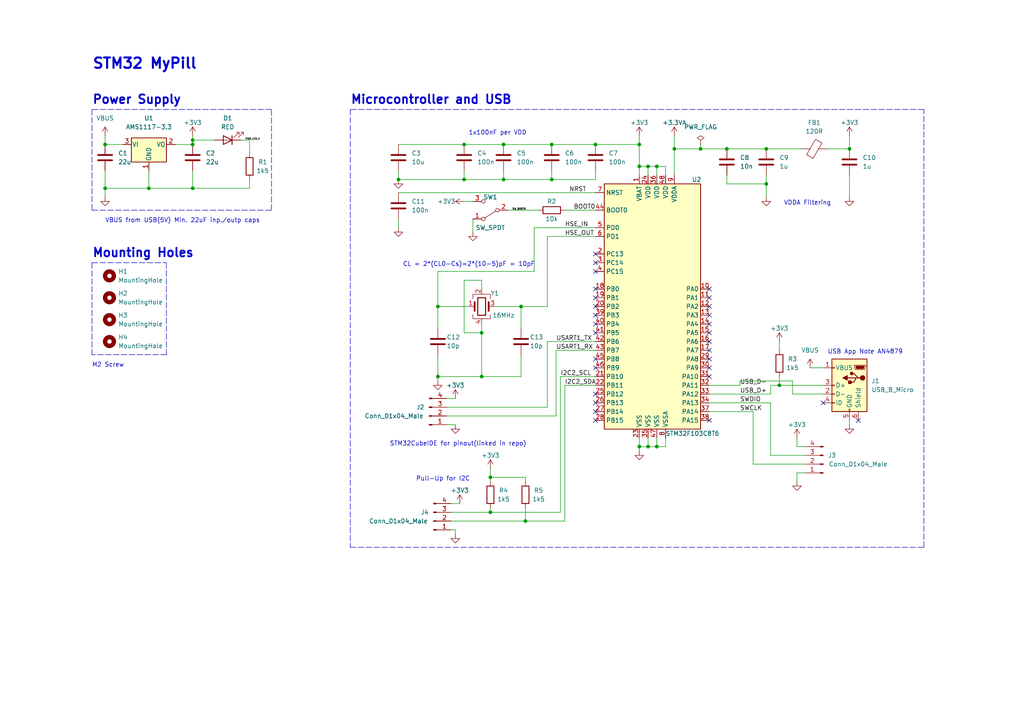
<source format=kicad_sch>
(kicad_sch (version 20211123) (generator eeschema)
  (paper "A4")
  (title_block (title "STM32 MyPill") (date "2022-02-13") (rev "0.1") (company "Suri Labs "))
  (lib_symbols
    (symbol "Connector:Conn_01x04_Male" (pin_names (offset 1.016) hide)
      (property "Reference" "J" (at 0 5.08 0))
      (property "Value" "Conn_01x04_Male" (at 0 -7.62 0))
      (symbol "Conn_01x04_Male_1_1"
        (polyline (pts (xy 1.27 -5.08) (xy 0.8636 -5.08)) (stroke (width 0.1524)))
        (polyline (pts (xy 1.27 -2.54) (xy 0.8636 -2.54)) (stroke (width 0.1524)))
        (polyline (pts (xy 1.27 0) (xy 0.8636 0)) (stroke (width 0.1524)))
        (polyline (pts (xy 1.27 2.54) (xy 0.8636 2.54)) (stroke (width 0.1524)))
        (rectangle (start 0.8636 -4.953) (end 0 -5.207) (stroke (width 0.1524)) (fill (type outline)))
        (rectangle (start 0.8636 -2.413) (end 0 -2.667) (stroke (width 0.1524)) (fill (type outline)))
        (rectangle (start 0.8636 0.127) (end 0 -0.127) (stroke (width 0.1524)) (fill (type outline)))
        (rectangle (start 0.8636 2.667) (end 0 2.413) (stroke (width 0.1524)) (fill (type outline)))
        (pin passive line (at 5.08 2.54 180) (length 3.81) (name "Pin_1") (number "1"))
        (pin passive line (at 5.08 0 180) (length 3.81) (name "Pin_2") (number "2"))
        (pin passive line (at 5.08 -2.54 180) (length 3.81) (name "Pin_3") (number "3"))
        (pin passive line (at 5.08 -5.08 180) (length 3.81) (name "Pin_4") (number "4"))
      )
    )
    (symbol "Connector:USB_B_Micro" (pin_names (offset 1.016))
      (property "Reference" "J" (at -5.08 11.43 0))
      (property "Value" "USB_B_Micro" (at -5.08 8.89 0))
      (symbol "USB_B_Micro_0_1"
        (rectangle (start -5.08 -7.62) (end 5.08 7.62) (stroke (width 0.254)) (fill (type background)))
        (circle (center -3.81 2.159) (radius 0.635) (stroke (width 0.254)) (fill (type outline)))
        (circle (center -0.635 3.429) (radius 0.381) (stroke (width 0.254)) (fill (type outline)))
        (rectangle (start -0.127 -7.62) (end 0.127 -6.858))
        (polyline (pts (xy -1.905 2.159) (xy 0.635 2.159)) (stroke (width 0.254)))
        (polyline (pts (xy -3.175 2.159) (xy -2.54 2.159) (xy -1.27 3.429) (xy -0.635 3.429)) (stroke (width 0.254)))
        (polyline (pts (xy -2.54 2.159) (xy -1.905 2.159) (xy -1.27 0.889) (xy 0 0.889)) (stroke (width 0.254)))
        (polyline (pts (xy 0.635 2.794) (xy 0.635 1.524) (xy 1.905 2.159) (xy 0.635 2.794)) (stroke (width 0.254)) (fill (type outline)))
        (polyline (pts (xy -4.318 5.588) (xy -1.778 5.588) (xy -2.032 4.826) (xy -4.064 4.826) (xy -4.318 5.588)) (fill (type outline)))
        (polyline (pts (xy -4.699 5.842) (xy -4.699 5.588) (xy -4.445 4.826) (xy -4.445 4.572) (xy -1.651 4.572) (xy -1.651 4.826) (xy -1.397 5.588) (xy -1.397 5.842) (xy -4.699 5.842)))
        (rectangle (start 0.254 1.27) (end -0.508 0.508) (stroke (width 0.254)) (fill (type outline)))
        (rectangle (start 5.08 -5.207) (end 4.318 -4.953))
        (rectangle (start 5.08 -2.667) (end 4.318 -2.413))
        (rectangle (start 5.08 -0.127) (end 4.318 0.127))
        (rectangle (start 5.08 4.953) (end 4.318 5.207))
      )
      (symbol "USB_B_Micro_1_1"
        (pin power_out line (at 7.62 5.08 180) (length 2.54) (name "VBUS") (number "1"))
        (pin bidirectional line (at 7.62 -2.54 180) (length 2.54) (name "D-") (number "2"))
        (pin bidirectional line (at 7.62 0 180) (length 2.54) (name "D+") (number "3"))
        (pin passive line (at 7.62 -5.08 180) (length 2.54) (name "ID") (number "4"))
        (pin power_out line (at 0 -10.16 90) (length 2.54) (name "GND") (number "5"))
        (pin passive line (at -2.54 -10.16 90) (length 2.54) (name "Shield") (number "6"))
      )
    )
    (symbol "Device:C" (pin_numbers hide) (pin_names (offset 0.254))
      (property "Reference" "C" (at 0.635 2.54 0))
      (property "Value" "C" (at 0.635 -2.54 0))
      (symbol "C_0_1"
        (polyline (pts (xy -2.032 -0.762) (xy 2.032 -0.762)) (stroke (width 0.508)))
        (polyline (pts (xy -2.032 0.762) (xy 2.032 0.762)) (stroke (width 0.508)))
      )
      (symbol "C_1_1"
        (pin passive line (at 0 3.81 270) (length 2.794) (name "~") (number "1"))
        (pin passive line (at 0 -3.81 90) (length 2.794) (name "~") (number "2"))
      )
    )
    (symbol "Device:Crystal_GND24" (pin_names (offset 1.016) hide)
      (property "Reference" "Y" (at 3.175 5.08 0))
      (property "Value" "Crystal_GND24" (at 3.175 3.175 0))
      (symbol "Crystal_GND24_0_1"
        (rectangle (start -1.143 2.54) (end 1.143 -2.54) (stroke (width 0.3048)))
        (polyline (pts (xy -2.54 0) (xy -2.032 0)))
        (polyline (pts (xy -2.032 -1.27) (xy -2.032 1.27)) (stroke (width 0.508)))
        (polyline (pts (xy 0 -3.81) (xy 0 -3.556)))
        (polyline (pts (xy 0 3.556) (xy 0 3.81)))
        (polyline (pts (xy 2.032 -1.27) (xy 2.032 1.27)) (stroke (width 0.508)))
        (polyline (pts (xy 2.032 0) (xy 2.54 0)))
        (polyline (pts (xy -2.54 -2.286) (xy -2.54 -3.556) (xy 2.54 -3.556) (xy 2.54 -2.286)))
        (polyline (pts (xy -2.54 2.286) (xy -2.54 3.556) (xy 2.54 3.556) (xy 2.54 2.286)))
      )
      (symbol "Crystal_GND24_1_1"
        (pin passive line (at -3.81 0 0) (length 1.27) (name "1") (number "1"))
        (pin passive line (at 0 5.08 270) (length 1.27) (name "2") (number "2"))
        (pin passive line (at 3.81 0 180) (length 1.27) (name "3") (number "3"))
        (pin passive line (at 0 -5.08 90) (length 1.27) (name "4") (number "4"))
      )
    )
    (symbol "Device:FerriteBead" (pin_numbers hide) (pin_names (offset 0))
      (property "Reference" "FB" (at -3.81 0.635 90))
      (property "Value" "FerriteBead" (at 3.81 0 90))
      (symbol "FerriteBead_0_1"
        (polyline (pts (xy 0 -1.27) (xy 0 -1.2192)))
        (polyline (pts (xy 0 1.27) (xy 0 1.2954)))
        (polyline (pts (xy -2.7686 0.4064) (xy -1.7018 2.2606) (xy 2.7686 -0.3048) (xy 1.6764 -2.159) (xy -2.7686 0.4064)))
      )
      (symbol "FerriteBead_1_1"
        (pin passive line (at 0 3.81 270) (length 2.54) (name "~") (number "1"))
        (pin passive line (at 0 -3.81 90) (length 2.54) (name "~") (number "2"))
      )
    )
    (symbol "Device:LED" (pin_numbers hide) (pin_names (offset 1.016) hide)
      (property "Reference" "D" (at 0 2.54 0))
      (property "Value" "LED" (at 0 -2.54 0))
      (symbol "LED_0_1"
        (polyline (pts (xy -1.27 -1.27) (xy -1.27 1.27)) (stroke (width 0.254)))
        (polyline (pts (xy -1.27 0) (xy 1.27 0)))
        (polyline (pts (xy 1.27 -1.27) (xy 1.27 1.27) (xy -1.27 0) (xy 1.27 -1.27)) (stroke (width 0.254)))
        (polyline (pts (xy -3.048 -0.762) (xy -4.572 -2.286) (xy -3.81 -2.286) (xy -4.572 -2.286) (xy -4.572 -1.524)))
        (polyline (pts (xy -1.778 -0.762) (xy -3.302 -2.286) (xy -2.54 -2.286) (xy -3.302 -2.286) (xy -3.302 -1.524)))
      )
      (symbol "LED_1_1"
        (pin passive line (at -3.81 0 0) (length 2.54) (name "K") (number "1"))
        (pin passive line (at 3.81 0 180) (length 2.54) (name "A") (number "2"))
      )
    )
    (symbol "Device:R" (pin_numbers hide) (pin_names (offset 0))
      (property "Reference" "R" (at 2.032 0 90))
      (property "Value" "R" (at 0 0 90))
      (symbol "R_0_1"
        (rectangle (start -1.016 -2.54) (end 1.016 2.54) (stroke (width 0.254)))
      )
      (symbol "R_1_1"
        (pin passive line (at 0 3.81 270) (length 1.27) (name "~") (number "1"))
        (pin passive line (at 0 -3.81 90) (length 1.27) (name "~") (number "2"))
      )
    )
    (symbol "MCU_ST_STM32F1:STM32F103C8Tx"
      (property "Reference" "U" (at -15.24 36.83 0))
      (property "Value" "STM32F103C8Tx" (at 7.62 36.83 0))
      (symbol "STM32F103C8Tx_0_1"
        (rectangle (start -15.24 -35.56) (end 12.7 35.56) (stroke (width 0.254)) (fill (type background)))
      )
      (symbol "STM32F103C8Tx_1_1"
        (pin power_in line (at -5.08 38.1 270) (length 2.54) (name "VBAT") (number "1"))
        (pin bidirectional line (at 15.24 5.08 180) (length 2.54) (name "PA0") (number "10"))
        (pin bidirectional line (at 15.24 2.54 180) (length 2.54) (name "PA1") (number "11"))
        (pin bidirectional line (at 15.24 0 180) (length 2.54) (name "PA2") (number "12"))
        (pin bidirectional line (at 15.24 -2.54 180) (length 2.54) (name "PA3") (number "13"))
        (pin bidirectional line (at 15.24 -5.08 180) (length 2.54) (name "PA4") (number "14"))
        (pin bidirectional line (at 15.24 -7.62 180) (length 2.54) (name "PA5") (number "15"))
        (pin bidirectional line (at 15.24 -10.16 180) (length 2.54) (name "PA6") (number "16"))
        (pin bidirectional line (at 15.24 -12.7 180) (length 2.54) (name "PA7") (number "17"))
        (pin bidirectional line (at -17.78 5.08 0) (length 2.54) (name "PB0") (number "18"))
        (pin bidirectional line (at -17.78 2.54 0) (length 2.54) (name "PB1") (number "19"))
        (pin bidirectional line (at -17.78 15.24 0) (length 2.54) (name "PC13") (number "2"))
        (pin bidirectional line (at -17.78 0 0) (length 2.54) (name "PB2") (number "20"))
        (pin bidirectional line (at -17.78 -20.32 0) (length 2.54) (name "PB10") (number "21"))
        (pin bidirectional line (at -17.78 -22.86 0) (length 2.54) (name "PB11") (number "22"))
        (pin power_in line (at -5.08 -38.1 90) (length 2.54) (name "VSS") (number "23"))
        (pin power_in line (at -2.54 38.1 270) (length 2.54) (name "VDD") (number "24"))
        (pin bidirectional line (at -17.78 -25.4 0) (length 2.54) (name "PB12") (number "25"))
        (pin bidirectional line (at -17.78 -27.94 0) (length 2.54) (name "PB13") (number "26"))
        (pin bidirectional line (at -17.78 -30.48 0) (length 2.54) (name "PB14") (number "27"))
        (pin bidirectional line (at -17.78 -33.02 0) (length 2.54) (name "PB15") (number "28"))
        (pin bidirectional line (at 15.24 -15.24 180) (length 2.54) (name "PA8") (number "29"))
        (pin bidirectional line (at -17.78 12.7 0) (length 2.54) (name "PC14") (number "3"))
        (pin bidirectional line (at 15.24 -17.78 180) (length 2.54) (name "PA9") (number "30"))
        (pin bidirectional line (at 15.24 -20.32 180) (length 2.54) (name "PA10") (number "31"))
        (pin bidirectional line (at 15.24 -22.86 180) (length 2.54) (name "PA11") (number "32"))
        (pin bidirectional line (at 15.24 -25.4 180) (length 2.54) (name "PA12") (number "33"))
        (pin bidirectional line (at 15.24 -27.94 180) (length 2.54) (name "PA13") (number "34"))
        (pin power_in line (at -2.54 -38.1 90) (length 2.54) (name "VSS") (number "35"))
        (pin power_in line (at 0 38.1 270) (length 2.54) (name "VDD") (number "36"))
        (pin bidirectional line (at 15.24 -30.48 180) (length 2.54) (name "PA14") (number "37"))
        (pin bidirectional line (at 15.24 -33.02 180) (length 2.54) (name "PA15") (number "38"))
        (pin bidirectional line (at -17.78 -2.54 0) (length 2.54) (name "PB3") (number "39"))
        (pin bidirectional line (at -17.78 10.16 0) (length 2.54) (name "PC15") (number "4"))
        (pin bidirectional line (at -17.78 -5.08 0) (length 2.54) (name "PB4") (number "40"))
        (pin bidirectional line (at -17.78 -7.62 0) (length 2.54) (name "PB5") (number "41"))
        (pin bidirectional line (at -17.78 -10.16 0) (length 2.54) (name "PB6") (number "42"))
        (pin bidirectional line (at -17.78 -12.7 0) (length 2.54) (name "PB7") (number "43"))
        (pin input line (at -17.78 27.94 0) (length 2.54) (name "BOOT0") (number "44"))
        (pin bidirectional line (at -17.78 -15.24 0) (length 2.54) (name "PB8") (number "45"))
        (pin bidirectional line (at -17.78 -17.78 0) (length 2.54) (name "PB9") (number "46"))
        (pin power_in line (at 0 -38.1 90) (length 2.54) (name "VSS") (number "47"))
        (pin power_in line (at 2.54 38.1 270) (length 2.54) (name "VDD") (number "48"))
        (pin input line (at -17.78 22.86 0) (length 2.54) (name "PD0") (number "5"))
        (pin input line (at -17.78 20.32 0) (length 2.54) (name "PD1") (number "6"))
        (pin input line (at -17.78 33.02 0) (length 2.54) (name "NRST") (number "7"))
        (pin power_in line (at 2.54 -38.1 90) (length 2.54) (name "VSSA") (number "8"))
        (pin power_in line (at 5.08 38.1 270) (length 2.54) (name "VDDA") (number "9"))
      )
    )
    (symbol "Mechanical:MountingHole" (pin_names (offset 1.016))
      (property "Reference" "H" (at 0 5.08 0))
      (property "Value" "MountingHole" (at 0 3.175 0))
      (symbol "MountingHole_0_1"
        (circle (center 0 0) (radius 1.27) (stroke (width 1.27)))
      )
    )
    (symbol "Regulator_Linear:AMS1117-3.3" (pin_names (offset 0.254))
      (property "Reference" "U" (at -3.81 3.175 0))
      (property "Value" "AMS1117-3.3" (at 0 3.175 0))
      (symbol "AMS1117-3.3_0_1"
        (rectangle (start -5.08 -5.08) (end 5.08 1.905) (stroke (width 0.254)) (fill (type background)))
      )
      (symbol "AMS1117-3.3_1_1"
        (pin power_in line (at 0 -7.62 90) (length 2.54) (name "GND") (number "1"))
        (pin power_out line (at 7.62 0 180) (length 2.54) (name "VO") (number "2"))
        (pin power_in line (at -7.62 0 0) (length 2.54) (name "VI") (number "3"))
      )
    )
    (symbol "Switch:SW_SPDT" (pin_names (offset 0) hide)
      (property "Reference" "SW" (at 0 4.318 0))
      (property "Value" "SW_SPDT" (at 0 -5.08 0))
      (symbol "SW_SPDT_0_0"
        (circle (center -2.032 0) (radius 0.508))
        (circle (center 2.032 -2.54) (radius 0.508))
      )
      (symbol "SW_SPDT_0_1"
        (polyline (pts (xy -1.524 0.254) (xy 1.651 2.286)))
        (circle (center 2.032 2.54) (radius 0.508))
      )
      (symbol "SW_SPDT_1_1"
        (pin passive line (at 5.08 2.54 180) (length 2.54) (name "A") (number "1"))
        (pin passive line (at -5.08 0 0) (length 2.54) (name "B") (number "2"))
        (pin passive line (at 5.08 -2.54 180) (length 2.54) (name "C") (number "3"))
      )
    )
    (symbol "power:+3.3V" (power) (pin_names (offset 0))
      (property "Value" "+3.3V" (at 0 3.556 0))
      (symbol "+3.3V_0_1"
        (polyline (pts (xy -0.762 1.27) (xy 0 2.54)))
        (polyline (pts (xy 0 0) (xy 0 2.54)))
        (polyline (pts (xy 0 2.54) (xy 0.762 1.27)))
      )
      (symbol "+3.3V_1_1"
        (pin power_in line (at 0 0 90) (length 0) hide (name "+3V3") (number "1"))
      )
    )
    (symbol "power:+3.3VA" (power) (pin_names (offset 0))
      (property "Value" "+3.3VA" (at 0 3.556 0))
      (symbol "+3.3VA_0_1"
        (polyline (pts (xy -0.762 1.27) (xy 0 2.54)))
        (polyline (pts (xy 0 0) (xy 0 2.54)))
        (polyline (pts (xy 0 2.54) (xy 0.762 1.27)))
      )
      (symbol "+3.3VA_1_1"
        (pin power_in line (at 0 0 90) (length 0) hide (name "+3.3VA") (number "1"))
      )
    )
    (symbol "power:GND" (power) (pin_names (offset 0))
      (property "Value" "GND" (at 0 -3.81 0))
      (symbol "GND_0_1"
        (polyline (pts (xy 0 0) (xy 0 -1.27) (xy 1.27 -1.27) (xy 0 -2.54) (xy -1.27 -1.27) (xy 0 -1.27)))
      )
      (symbol "GND_1_1"
        (pin power_in line (at 0 0 270) (length 0) hide (name "GND") (number "1"))
      )
    )
    (symbol "power:PWR_FLAG" (power) (pin_numbers hide) (pin_names (offset 0) hide)
      (property "Value" "PWR_FLAG" (at 0 3.81 0))
      (symbol "PWR_FLAG_0_0"
        (pin power_out line (at 0 0 90) (length 0) (name "pwr") (number "1"))
      )
      (symbol "PWR_FLAG_0_1"
        (polyline (pts (xy 0 0) (xy 0 1.27) (xy -1.016 1.905) (xy 0 2.54) (xy 1.016 1.905) (xy 0 1.27)))
      )
    )
    (symbol "power:VBUS" (power) (pin_names (offset 0))
      (property "Value" "VBUS" (at 0 3.81 0))
      (symbol "VBUS_0_1"
        (polyline (pts (xy -0.762 1.27) (xy 0 2.54)))
        (polyline (pts (xy 0 0) (xy 0 2.54)))
        (polyline (pts (xy 0 2.54) (xy 0.762 1.27)))
      )
      (symbol "VBUS_1_1"
        (pin power_in line (at 0 0 90) (length 0) hide (name "VBUS") (number "1"))
      )
    )
  )
  (junction (at 187.96 48.26))
  (junction (at 185.42 48.26))
  (junction (at 190.5 129.54))
  (junction (at 142.24 138.43))
  (junction (at 151.13 88.9))
  (junction (at 127 88.9))
  (junction (at 139.7 109.22))
  (junction (at 226.06 111.76))
  (junction (at 160.02 41.91))
  (junction (at 222.25 43.18))
  (junction (at 185.42 129.54))
  (junction (at 115.57 52.07))
  (junction (at 190.5 48.26))
  (junction (at 127 109.22))
  (junction (at 139.7 96.52))
  (junction (at 187.96 129.54))
  (junction (at 195.58 43.18))
  (junction (at 172.72 41.91))
  (junction (at 55.88 54.61))
  (junction (at 210.82 43.18))
  (junction (at 160.02 52.07))
  (junction (at 30.48 41.91))
  (junction (at 134.62 41.91))
  (junction (at 142.24 148.59))
  (junction (at 146.05 41.91))
  (junction (at 203.2 43.18))
  (junction (at 246.38 43.18))
  (junction (at 152.4 151.13))
  (junction (at 55.88 41.91))
  (junction (at 30.48 54.61))
  (junction (at 185.42 41.91))
  (junction (at 134.62 52.07))
  (junction (at 146.05 52.07))
  (junction (at 43.18 54.61))
  (junction (at 222.25 53.34))
  (junction (at 55.88 40.64))
  (no_connect (at 172.72 104.14))
  (no_connect (at 172.72 106.68))
  (no_connect (at 172.72 121.92))
  (no_connect (at 172.72 114.3))
  (no_connect (at 172.72 116.84))
  (no_connect (at 172.72 119.38))
  (no_connect (at 205.74 104.14))
  (no_connect (at 205.74 101.6))
  (no_connect (at 205.74 99.06))
  (no_connect (at 205.74 96.52))
  (no_connect (at 205.74 93.98))
  (no_connect (at 205.74 88.9))
  (no_connect (at 205.74 83.82))
  (no_connect (at 205.74 121.92))
  (no_connect (at 205.74 109.22))
  (no_connect (at 205.74 106.68))
  (no_connect (at 172.72 93.98))
  (no_connect (at 172.72 96.52))
  (no_connect (at 172.72 73.66))
  (no_connect (at 172.72 76.2))
  (no_connect (at 172.72 78.74))
  (no_connect (at 172.72 83.82))
  (no_connect (at 172.72 86.36))
  (no_connect (at 172.72 88.9))
  (no_connect (at 172.72 91.44))
  (no_connect (at 248.92 121.92))
  (no_connect (at 238.76 116.84))
  (no_connect (at 205.74 86.36))
  (no_connect (at 205.74 91.44))
  (wire (pts (xy 30.48 41.91) (xy 35.56 41.91)))
  (wire (pts (xy 161.29 120.65) (xy 129.54 120.65)))
  (wire (pts (xy 158.75 88.9) (xy 158.75 68.58)))
  (wire (pts (xy 185.42 48.26) (xy 187.96 48.26)))
  (wire (pts (xy 158.75 99.06) (xy 172.72 99.06)))
  (wire (pts (xy 234.95 106.68) (xy 238.76 106.68)))
  (wire (pts (xy 214.63 110.49) (xy 214.63 111.76)))
  (wire (pts (xy 43.18 49.53) (xy 43.18 54.61)))
  (wire (pts (xy 185.42 41.91) (xy 185.42 48.26)))
  (wire (pts (xy 142.24 147.32) (xy 142.24 148.59)))
  (wire (pts (xy 127 88.9) (xy 127 78.74)))
  (polyline (pts (xy 101.6 158.75) (xy 267.97 158.75)))
  (wire (pts (xy 240.03 43.18) (xy 246.38 43.18)))
  (wire (pts (xy 146.05 52.07) (xy 134.62 52.07)))
  (wire (pts (xy 161.29 101.6) (xy 161.29 120.65)))
  (polyline (pts (xy 101.6 31.75) (xy 101.6 158.75)))
  (wire (pts (xy 218.44 134.62) (xy 218.44 119.38)))
  (wire (pts (xy 163.83 151.13) (xy 152.4 151.13)))
  (wire (pts (xy 238.76 114.3) (xy 229.87 114.3)))
  (wire (pts (xy 55.88 40.64) (xy 55.88 41.91)))
  (wire (pts (xy 69.85 40.64) (xy 72.39 40.64)))
  (polyline (pts (xy 267.97 158.75) (xy 267.97 31.75)))
  (wire (pts (xy 161.29 101.6) (xy 172.72 101.6)))
  (wire (pts (xy 195.58 39.37) (xy 195.58 43.18)))
  (wire (pts (xy 72.39 52.07) (xy 72.39 54.61)))
  (wire (pts (xy 152.4 147.32) (xy 152.4 151.13)))
  (wire (pts (xy 163.83 111.76) (xy 163.83 151.13)))
  (wire (pts (xy 193.04 50.8) (xy 193.04 48.26)))
  (wire (pts (xy 187.96 129.54) (xy 185.42 129.54)))
  (wire (pts (xy 231.14 139.7) (xy 231.14 137.16)))
  (wire (pts (xy 134.62 81.28) (xy 134.62 96.52)))
  (wire (pts (xy 152.4 138.43) (xy 152.4 139.7)))
  (wire (pts (xy 190.5 50.8) (xy 190.5 48.26)))
  (wire (pts (xy 187.96 50.8) (xy 187.96 48.26)))
  (wire (pts (xy 142.24 138.43) (xy 152.4 138.43)))
  (wire (pts (xy 195.58 43.18) (xy 203.2 43.18)))
  (wire (pts (xy 205.74 116.84) (xy 223.52 116.84)))
  (polyline (pts (xy 78.74 31.75) (xy 26.67 31.75)))
  (wire (pts (xy 162.56 148.59) (xy 162.56 109.22)))
  (wire (pts (xy 160.02 49.53) (xy 160.02 52.07)))
  (wire (pts (xy 134.62 49.53) (xy 134.62 52.07)))
  (wire (pts (xy 187.96 48.26) (xy 190.5 48.26)))
  (wire (pts (xy 203.2 43.18) (xy 210.82 43.18)))
  (wire (pts (xy 135.89 88.9) (xy 127 88.9)))
  (wire (pts (xy 72.39 54.61) (xy 55.88 54.61)))
  (wire (pts (xy 229.87 114.3) (xy 229.87 110.49)))
  (wire (pts (xy 190.5 129.54) (xy 187.96 129.54)))
  (wire (pts (xy 223.52 132.08) (xy 223.52 116.84)))
  (wire (pts (xy 30.48 49.53) (xy 30.48 54.61)))
  (wire (pts (xy 115.57 41.91) (xy 134.62 41.91)))
  (wire (pts (xy 139.7 83.82) (xy 139.7 81.28)))
  (wire (pts (xy 134.62 58.42) (xy 137.16 58.42)))
  (wire (pts (xy 226.06 99.06) (xy 226.06 101.6)))
  (wire (pts (xy 223.52 111.76) (xy 223.52 114.3)))
  (wire (pts (xy 172.72 49.53) (xy 172.72 52.07)))
  (wire (pts (xy 130.81 146.05) (xy 133.35 146.05)))
  (wire (pts (xy 162.56 109.22) (xy 172.72 109.22)))
  (wire (pts (xy 205.74 114.3) (xy 223.52 114.3)))
  (wire (pts (xy 129.54 115.57) (xy 132.08 115.57)))
  (wire (pts (xy 233.68 134.62) (xy 218.44 134.62)))
  (wire (pts (xy 142.24 138.43) (xy 142.24 139.7)))
  (wire (pts (xy 163.83 111.76) (xy 172.72 111.76)))
  (wire (pts (xy 139.7 96.52) (xy 139.7 109.22)))
  (wire (pts (xy 246.38 39.37) (xy 246.38 43.18)))
  (wire (pts (xy 222.25 50.8) (xy 222.25 53.34)))
  (wire (pts (xy 187.96 127) (xy 187.96 129.54)))
  (wire (pts (xy 238.76 111.76) (xy 226.06 111.76)))
  (wire (pts (xy 185.42 129.54) (xy 185.42 130.81)))
  (wire (pts (xy 154.94 66.04) (xy 172.72 66.04)))
  (wire (pts (xy 172.72 52.07) (xy 160.02 52.07)))
  (wire (pts (xy 190.5 127) (xy 190.5 129.54)))
  (wire (pts (xy 152.4 151.13) (xy 130.81 151.13)))
  (wire (pts (xy 226.06 109.22) (xy 226.06 111.76)))
  (wire (pts (xy 210.82 43.18) (xy 222.25 43.18)))
  (wire (pts (xy 172.72 41.91) (xy 185.42 41.91)))
  (wire (pts (xy 193.04 127) (xy 193.04 129.54)))
  (wire (pts (xy 55.88 40.64) (xy 62.23 40.64)))
  (wire (pts (xy 127 102.87) (xy 127 109.22)))
  (wire (pts (xy 30.48 54.61) (xy 30.48 57.15)))
  (wire (pts (xy 132.08 154.94) (xy 132.08 153.67)))
  (wire (pts (xy 210.82 50.8) (xy 210.82 53.34)))
  (wire (pts (xy 127 88.9) (xy 127 95.25)))
  (wire (pts (xy 231.14 137.16) (xy 233.68 137.16)))
  (wire (pts (xy 127 78.74) (xy 154.94 78.74)))
  (wire (pts (xy 147.32 60.96) (xy 156.21 60.96)))
  (wire (pts (xy 193.04 129.54) (xy 190.5 129.54)))
  (wire (pts (xy 185.42 39.37) (xy 185.42 41.91)))
  (wire (pts (xy 193.04 48.26) (xy 190.5 48.26)))
  (polyline (pts (xy 26.67 31.75) (xy 26.67 60.96)))
  (wire (pts (xy 160.02 52.07) (xy 146.05 52.07)))
  (wire (pts (xy 231.14 129.54) (xy 233.68 129.54)))
  (wire (pts (xy 132.08 153.67) (xy 130.81 153.67)))
  (wire (pts (xy 231.14 127) (xy 231.14 129.54)))
  (wire (pts (xy 127 109.22) (xy 139.7 109.22)))
  (wire (pts (xy 226.06 111.76) (xy 223.52 111.76)))
  (wire (pts (xy 154.94 78.74) (xy 154.94 66.04)))
  (wire (pts (xy 115.57 49.53) (xy 115.57 52.07)))
  (wire (pts (xy 222.25 43.18) (xy 232.41 43.18)))
  (wire (pts (xy 72.39 40.64) (xy 72.39 44.45)))
  (wire (pts (xy 229.87 110.49) (xy 214.63 110.49)))
  (wire (pts (xy 129.54 118.11) (xy 158.75 118.11)))
  (wire (pts (xy 115.57 52.07) (xy 134.62 52.07)))
  (wire (pts (xy 130.81 148.59) (xy 142.24 148.59)))
  (polyline (pts (xy 78.74 60.96) (xy 78.74 31.75)))
  (wire (pts (xy 55.88 39.37) (xy 55.88 40.64)))
  (wire (pts (xy 203.2 41.91) (xy 203.2 43.18)))
  (wire (pts (xy 246.38 121.92) (xy 246.38 123.19)))
  (wire (pts (xy 205.74 111.76) (xy 214.63 111.76)))
  (wire (pts (xy 30.48 54.61) (xy 43.18 54.61)))
  (wire (pts (xy 127 109.22) (xy 127 110.49)))
  (polyline (pts (xy 26.67 76.2) (xy 48.26 76.2)))
  (wire (pts (xy 205.74 119.38) (xy 218.44 119.38)))
  (wire (pts (xy 146.05 49.53) (xy 146.05 52.07)))
  (wire (pts (xy 146.05 41.91) (xy 160.02 41.91)))
  (wire (pts (xy 43.18 54.61) (xy 55.88 54.61)))
  (wire (pts (xy 185.42 48.26) (xy 185.42 50.8)))
  (wire (pts (xy 30.48 39.37) (xy 30.48 41.91)))
  (wire (pts (xy 246.38 50.8) (xy 246.38 57.15)))
  (wire (pts (xy 151.13 88.9) (xy 158.75 88.9)))
  (wire (pts (xy 139.7 109.22) (xy 151.13 109.22)))
  (polyline (pts (xy 26.67 60.96) (xy 78.74 60.96)))
  (polyline (pts (xy 48.26 76.2) (xy 48.26 102.87)))
  (wire (pts (xy 139.7 81.28) (xy 134.62 81.28)))
  (wire (pts (xy 158.75 118.11) (xy 158.75 99.06)))
  (wire (pts (xy 143.51 88.9) (xy 151.13 88.9)))
  (wire (pts (xy 134.62 96.52) (xy 139.7 96.52)))
  (wire (pts (xy 185.42 127) (xy 185.42 129.54)))
  (wire (pts (xy 115.57 55.88) (xy 172.72 55.88)))
  (wire (pts (xy 142.24 148.59) (xy 162.56 148.59)))
  (polyline (pts (xy 26.67 76.2) (xy 26.67 102.87)))
  (wire (pts (xy 222.25 53.34) (xy 222.25 57.15)))
  (wire (pts (xy 195.58 50.8) (xy 195.58 43.18)))
  (wire (pts (xy 233.68 132.08) (xy 223.52 132.08)))
  (wire (pts (xy 139.7 96.52) (xy 139.7 93.98)))
  (wire (pts (xy 50.8 41.91) (xy 55.88 41.91)))
  (wire (pts (xy 134.62 41.91) (xy 146.05 41.91)))
  (wire (pts (xy 151.13 102.87) (xy 151.13 109.22)))
  (wire (pts (xy 129.54 123.19) (xy 132.08 123.19)))
  (wire (pts (xy 115.57 66.04) (xy 115.57 63.5)))
  (wire (pts (xy 160.02 41.91) (xy 172.72 41.91)))
  (wire (pts (xy 137.16 63.5) (xy 137.16 67.31)))
  (wire (pts (xy 210.82 53.34) (xy 222.25 53.34)))
  (wire (pts (xy 158.75 68.58) (xy 172.72 68.58)))
  (wire (pts (xy 55.88 54.61) (xy 55.88 49.53)))
  (polyline (pts (xy 267.97 31.75) (xy 101.6 31.75)))
  (wire (pts (xy 142.24 135.89) (xy 142.24 138.43)))
  (wire (pts (xy 151.13 88.9) (xy 151.13 95.25)))
  (wire (pts (xy 163.83 60.96) (xy 172.72 60.96)))
  (polyline (pts (xy 48.26 102.87) (xy 26.67 102.87)))
  (text "STM32 MyPill" (at 26.67 20.32 0) (effects (font (size 3 3) (thickness 0.6) bold) (justify left bottom)))
  (text "Pull-Up for I2C\n" (at 120.65 139.7 0) (effects (font (size 1.27 1.27)) (justify left bottom)))
  (text "Mounting Holes\n" (at 26.67 74.93 0) (effects (font (size 2.5 2.5) (thickness 0.5) bold) (justify left bottom)))
  (text "CL = 2*(CL0-Cs)=2*(10-5)pF = 10pF" (at 116.84 77.47 0) (effects (font (size 1.27 1.27)) (justify left bottom)))
  (text "VDDA Filtering \n" (at 227.33 59.69 0) (effects (font (size 1.27 1.27)) (justify left bottom)))
  (text "Power Supply\n" (at 26.67 30.48 0) (effects (font (size 2.5 2.5) (thickness 0.5) bold) (justify left bottom)))
  (text "USB App Note AN4879\n" (at 240.03 102.87 0) (effects (font (size 1.27 1.27)) (justify left bottom)))
  (text "1x100nF per VDD\n" (at 135.89 39.37 0) (effects (font (size 1.27 1.27)) (justify left bottom)))
  (text "STM32CubeIDE for pinout(linked in repo)" (at 113.03 129.54 0) (effects (font (size 1.27 1.27)) (justify left bottom)))
  (text "M2 Screw\n" (at 26.67 106.68 0) (effects (font (size 1.27 1.27)) (justify left bottom)))
  (text "Microcontroller and USB\n" (at 101.6 30.48 0) (effects (font (size 2.5 2.5) (thickness 0.5) bold) (justify left bottom)))
  (text "VBUS from USB(5V) Min. 22uF inp./outp caps" (at 30.48 64.77 0) (effects (font (size 1.27 1.27)) (justify left bottom)))
  (label "USART1_TX" (at 161.29 99.06 0))
  (label "BOOT0" (at 166.37 60.96 0))
  (label "SWDIO" (at 214.63 116.84 0))
  (label "I2C2_SDA" (at 163.83 111.76 0))
  (label "USB_D-" (at 214.63 111.76 0))
  (label "SWCLK" (at 214.63 119.38 0))
  (label "I2C2_SCL" (at 162.56 109.22 0))
  (label "USART1_RX" (at 161.29 101.6 0))
  (label "HSE_IN" (at 163.83 66.04 0))
  (label "HSE_OUT" (at 163.83 68.58 0))
  (label "USB_D+" (at 214.63 114.3 0))
  (label "SW_BOOT0" (at 148.59 60.96 0) (effects (font (size 0.5 0.5))))
  (label "NRST" (at 165.1 55.88 0))
  (label "PWR_LED_K" (at 71.12 40.64 0) (effects (font (size 0.5 0.5))))
  (symbol (lib_id "power:PWR_FLAG") (at 203.2 41.91 0) (unit 1)
    (property "Reference" "#FLG0101" (effects hide))
    (property "Value" "PWR_FLAG" (at 203.2 36.83 0))
  )
  (symbol (lib_id "Connector:Conn_01x04_Male") (at 124.46 120.65 0) (mirror x) (unit 1)
    (property "Reference" "J2" (at 121.92 118.11 0))
    (property "Value" "Conn_01x04_Male" (at 114.3 120.65 0))
    (property "Footprint" "Connector_PinHeader_2.54mm:PinHeader_1x04_P2.54mm_Vertical" (effects hide))
  )
  (symbol (lib_id "Device:C") (at 127 99.06 0) (unit 1)
    (property "Reference" "C12" (at 129.54 97.79 0) (effects (justify left)))
    (property "Value" "10p" (at 129.54 100.33 0) (effects (justify left)))
    (property "Footprint" "Capacitor_SMD:C_0402_1005Metric" (effects hide))
  )
  (symbol (lib_id "power:+3.3V") (at 185.42 39.37 0) (unit 1)
    (property "Reference" "#PWR014" (effects hide))
    (property "Value" "+3.3V" (at 185.42 35.56 0))
  )
  (symbol (lib_id "power:GND") (at 132.08 154.94 0) (unit 1)
    (property "Reference" "#PWR09" (effects hide))
    (property "Value" "GND" (effects hide))
  )
  (symbol (lib_id "Device:R") (at 226.06 105.41 0) (mirror y) (unit 1)
    (property "Reference" "R3" (at 229.87 104.14 0))
    (property "Value" "1k5" (at 229.87 106.68 0))
    (property "Footprint" "Resistor_SMD:R_0402_1005Metric" (effects hide))
  )
  (symbol (lib_id "power:GND") (at 132.08 123.19 0) (unit 1)
    (property "Reference" "#PWR08" (effects hide))
    (property "Value" "GND" (effects hide))
  )
  (symbol (lib_id "power:+3.3V") (at 55.88 39.37 0) (unit 1)
    (property "Reference" "#PWR03" (effects hide))
    (property "Value" "+3.3V" (at 55.88 35.56 0))
  )
  (symbol (lib_id "Device:C") (at 210.82 46.99 0) (unit 1)
    (property "Reference" "C8" (at 214.63 45.7199 0) (effects (justify left)))
    (property "Value" "10n" (at 214.63 48.2599 0) (effects (justify left)))
    (property "Footprint" "Capacitor_SMD:C_0402_1005Metric" (effects hide))
  )
  (symbol (lib_id "Device:C") (at 134.62 45.72 0) (unit 1)
    (property "Reference" "C4" (at 138.43 44.4499 0) (effects (justify left)))
    (property "Value" "100n" (at 138.43 46.9899 0) (effects (justify left)))
    (property "Footprint" "Capacitor_SMD:C_0402_1005Metric" (effects hide))
  )
  (symbol (lib_id "Device:LED") (at 66.04 40.64 180) (unit 1)
    (property "Reference" "D1" (at 66.04 34.29 0))
    (property "Value" "RED" (at 66.04 36.83 0))
    (property "Footprint" "LED_SMD:LED_0603_1608Metric" (effects hide))
  )
  (symbol (lib_id "power:GND") (at 246.38 57.15 0) (unit 1)
    (property "Reference" "#PWR027" (effects hide))
    (property "Value" "GND" (effects hide))
  )
  (symbol (lib_id "Connector:Conn_01x04_Male") (at 238.76 134.62 180) (unit 1)
    (property "Reference" "J3" (at 241.3 132.08 0))
    (property "Value" "Conn_01x04_Male" (at 248.92 134.62 0))
    (property "Footprint" "Connector_PinHeader_2.54mm:PinHeader_1x04_P2.54mm_Vertical" (effects hide))
  )
  (symbol (lib_id "power:+3.3V") (at 133.35 146.05 0) (unit 1)
    (property "Reference" "#PWR010" (effects hide))
    (property "Value" "+3.3V" (at 133.35 142.24 0))
  )
  (symbol (lib_id "Device:R") (at 72.39 48.26 180) (unit 1)
    (property "Reference" "R1" (at 76.2 46.99 0))
    (property "Value" "1k5" (at 76.2 49.53 0))
    (property "Footprint" "Resistor_SMD:R_0402_1005Metric" (effects hide))
  )
  (symbol (lib_id "power:+3.3V") (at 132.08 115.57 0) (unit 1)
    (property "Reference" "#PWR07" (effects hide))
    (property "Value" "+3.3V" (at 132.08 111.76 0))
  )
  (symbol (lib_id "Device:R") (at 142.24 143.51 0) (mirror y) (unit 1)
    (property "Reference" "R4" (at 146.05 142.24 0))
    (property "Value" "1k5" (at 146.05 144.78 0))
    (property "Footprint" "Resistor_SMD:R_0402_1005Metric" (effects hide))
  )
  (symbol (lib_id "Device:C") (at 222.25 46.99 0) (unit 1)
    (property "Reference" "C9" (at 226.06 45.7199 0) (effects (justify left)))
    (property "Value" "1u" (at 226.06 48.2599 0) (effects (justify left)))
    (property "Footprint" "Capacitor_SMD:C_0402_1005Metric" (effects hide))
  )
  (symbol (lib_id "Mechanical:MountingHole") (at 31.75 80.01 0) (unit 1)
    (property "Reference" "H1" (at 34.29 78.7399 0) (effects (justify left)))
    (property "Value" "MountingHole" (at 34.29 81.2799 0) (effects (justify left)))
    (property "Footprint" "MountingHole:MountingHole_2.2mm_M2" (effects hide))
  )
  (symbol (lib_id "Device:C") (at 151.13 99.06 0) (unit 1)
    (property "Reference" "C13" (at 153.67 97.79 0) (effects (justify left)))
    (property "Value" "10p" (at 153.67 100.33 0) (effects (justify left)))
    (property "Footprint" "Capacitor_SMD:C_0402_1005Metric" (effects hide))
  )
  (symbol (lib_id "power:GND") (at 127 110.49 0) (unit 1)
    (property "Reference" "#PWR06" (effects hide))
    (property "Value" "GND" (effects hide))
  )
  (symbol (lib_id "power:GND") (at 185.42 130.81 0) (unit 1)
    (property "Reference" "#PWR015" (effects hide))
    (property "Value" "GND" (effects hide))
  )
  (symbol (lib_id "Device:FerriteBead") (at 236.22 43.18 90) (unit 1)
    (property "Reference" "FB1" (at 236.1692 35.56 90))
    (property "Value" "120R" (at 236.1692 38.1 90))
    (property "Footprint" "Inductor_SMD:L_0603_1608Metric" (effects hide))
  )
  (symbol (lib_id "Mechanical:MountingHole") (at 31.75 92.71 0) (unit 1)
    (property "Reference" "H3" (at 34.29 91.4399 0) (effects (justify left)))
    (property "Value" "MountingHole" (at 34.29 93.9799 0) (effects (justify left)))
    (property "Footprint" "MountingHole:MountingHole_2.2mm_M2" (effects hide))
  )
  (symbol (lib_id "power:GND") (at 246.38 123.19 0) (unit 1)
    (property "Reference" "#PWR028" (effects hide))
    (property "Value" "GND" (effects hide))
  )
  (symbol (lib_id "Device:Crystal_GND24") (at 139.7 88.9 0) (unit 1)
    (property "Reference" "Y1" (at 143.51 85.09 0))
    (property "Value" "16MHz" (at 146.05 91.44 0))
    (property "Footprint" "Crystal:Crystal_SMD_3225-4Pin_3.2x2.5mm" (effects hide))
  )
  (symbol (lib_id "Device:C") (at 30.48 45.72 0) (unit 1)
    (property "Reference" "C1" (at 34.29 44.4499 0) (effects (justify left)))
    (property "Value" "22u" (at 34.29 46.9899 0) (effects (justify left)))
    (property "Footprint" "Capacitor_SMD:C_0805_2012Metric" (effects hide))
  )
  (symbol (lib_id "MCU_ST_STM32F1:STM32F103C8Tx") (at 190.5 88.9 0) (unit 1)
    (property "Reference" "U2" (at 200.66 52.07 0) (effects (justify left)))
    (property "Value" "STM32F103C8T6" (at 193.04 125.73 0) (effects (justify left)))
    (property "Footprint" "Package_QFP:LQFP-48_7x7mm_P0.5mm" (effects hide))
    (property "Datasheet" "http://www.st.com/st-web-ui/static/active/en/resource/technical/document/datasheet/CD00161566.pdf" (effects hide))
  )
  (symbol (lib_id "Switch:SW_SPDT") (at 142.24 60.96 180) (unit 1)
    (property "Reference" "SW1" (at 142.24 57.15 0))
    (property "Value" "SW_SPDT" (at 142.24 66.04 0))
    (property "Footprint" "Button_Switch_SMD:SW_SPDT_PCM12" (effects hide))
  )
  (symbol (lib_id "Mechanical:MountingHole") (at 31.75 86.36 0) (unit 1)
    (property "Reference" "H2" (at 34.29 85.0899 0) (effects (justify left)))
    (property "Value" "MountingHole" (at 34.29 87.6299 0) (effects (justify left)))
    (property "Footprint" "MountingHole:MountingHole_2.2mm_M2" (effects hide))
  )
  (symbol (lib_id "Device:C") (at 115.57 59.69 0) (unit 1)
    (property "Reference" "C11" (at 119.38 58.4199 0) (effects (justify left)))
    (property "Value" "100n" (at 119.38 60.9599 0) (effects (justify left)))
    (property "Footprint" "Capacitor_SMD:C_0402_1005Metric" (effects hide))
  )
  (symbol (lib_id "power:GND") (at 231.14 139.7 0) (unit 1)
    (property "Reference" "#PWR020" (effects hide))
    (property "Value" "GND" (effects hide))
  )
  (symbol (lib_id "power:GND") (at 115.57 52.07 0) (unit 1)
    (property "Reference" "#PWR04" (effects hide))
    (property "Value" "GND" (effects hide))
  )
  (symbol (lib_id "Mechanical:MountingHole") (at 31.75 99.06 0) (unit 1)
    (property "Reference" "H4" (at 34.29 97.7899 0) (effects (justify left)))
    (property "Value" "MountingHole" (at 34.29 100.3299 0) (effects (justify left)))
    (property "Footprint" "MountingHole:MountingHole_2.2mm_M2" (effects hide))
  )
  (symbol (lib_id "power:+3.3V") (at 231.14 127 0) (unit 1)
    (property "Reference" "#PWR019" (effects hide))
    (property "Value" "+3.3V" (at 231.14 123.19 0))
  )
  (symbol (lib_id "Device:C") (at 172.72 45.72 0) (unit 1)
    (property "Reference" "C7" (at 176.53 44.4499 0) (effects (justify left)))
    (property "Value" "100n" (at 176.53 46.9899 0) (effects (justify left)))
    (property "Footprint" "Capacitor_SMD:C_0402_1005Metric" (effects hide))
  )
  (symbol (lib_id "power:+3.3VA") (at 195.58 39.37 0) (unit 1)
    (property "Reference" "#PWR016" (effects hide))
    (property "Value" "+3.3VA" (at 195.58 35.56 0))
  )
  (symbol (lib_id "power:+3.3V") (at 246.38 39.37 0) (unit 1)
    (property "Reference" "#PWR026" (effects hide))
    (property "Value" "+3.3V" (at 246.38 35.56 0))
  )
  (symbol (lib_id "power:VBUS") (at 30.48 39.37 0) (mirror y) (unit 1)
    (property "Reference" "#PWR01" (effects hide))
    (property "Value" "VBUS" (at 30.48 34.29 0))
  )
  (symbol (lib_id "Connector:USB_B_Micro") (at 246.38 111.76 0) (mirror y) (unit 1)
    (property "Reference" "J1" (at 252.73 110.4899 0) (effects (justify right)))
    (property "Value" "USB_B_Micro" (at 252.73 113.0299 0) (effects (justify right)))
    (property "Footprint" "Connector_USB:USB_Micro-B_Wuerth_629105150521" (effects hide))
  )
  (symbol (lib_id "power:GND") (at 30.48 57.15 0) (unit 1)
    (property "Reference" "#PWR02" (effects hide))
    (property "Value" "GND" (effects hide))
  )
  (symbol (lib_id "Regulator_Linear:AMS1117-3.3") (at 43.18 41.91 0) (unit 1)
    (property "Reference" "U1" (at 43.18 34.29 0))
    (property "Value" "AMS1117-3.3" (at 43.18 36.83 0))
    (property "Footprint" "Package_TO_SOT_SMD:SOT-223-3_TabPin2" (effects hide))
    (property "Datasheet" "http://www.advanced-monolithic.com/pdf/ds1117.pdf" (effects hide))
  )
  (symbol (lib_id "Device:C") (at 115.57 45.72 0) (unit 1)
    (property "Reference" "C3" (at 119.38 44.4499 0) (effects (justify left)))
    (property "Value" "10u" (at 119.38 46.9899 0) (effects (justify left)))
    (property "Footprint" "Capacitor_SMD:C_0603_1608Metric" (effects hide))
  )
  (symbol (lib_id "power:+3.3V") (at 226.06 99.06 0) (unit 1)
    (property "Reference" "#PWR018" (effects hide))
    (property "Value" "+3.3V" (at 226.06 95.25 0))
  )
  (symbol (lib_id "power:GND") (at 115.57 66.04 0) (unit 1)
    (property "Reference" "#PWR05" (effects hide))
    (property "Value" "GND" (effects hide))
  )
  (symbol (lib_id "Device:C") (at 55.88 45.72 0) (unit 1)
    (property "Reference" "C2" (at 59.69 44.4499 0) (effects (justify left)))
    (property "Value" "22u" (at 59.69 46.9899 0) (effects (justify left)))
    (property "Footprint" "Capacitor_SMD:C_0805_2012Metric" (effects hide))
  )
  (symbol (lib_id "Device:C") (at 160.02 45.72 0) (unit 1)
    (property "Reference" "C6" (at 163.83 44.4499 0) (effects (justify left)))
    (property "Value" "100n" (at 163.83 46.9899 0) (effects (justify left)))
    (property "Footprint" "Capacitor_SMD:C_0402_1005Metric" (effects hide))
  )
  (symbol (lib_id "Device:C") (at 146.05 45.72 0) (unit 1)
    (property "Reference" "C5" (at 149.86 44.4499 0) (effects (justify left)))
    (property "Value" "100n" (at 149.86 46.9899 0) (effects (justify left)))
    (property "Footprint" "Capacitor_SMD:C_0402_1005Metric" (effects hide))
  )
  (symbol (lib_id "power:GND") (at 222.25 57.15 0) (unit 1)
    (property "Reference" "#PWR017" (effects hide))
    (property "Value" "GND" (effects hide))
  )
  (symbol (lib_id "power:GND") (at 137.16 67.31 0) (unit 1)
    (property "Reference" "#PWR012" (effects hide))
    (property "Value" "GND" (effects hide))
  )
  (symbol (lib_id "Device:R") (at 160.02 60.96 90) (unit 1)
    (property "Reference" "R2" (at 160.02 58.42 90))
    (property "Value" "10k" (at 160.02 63.5 90))
    (property "Footprint" "Resistor_SMD:R_0402_1005Metric" (effects hide))
  )
  (symbol (lib_id "power:+3.3V") (at 134.62 58.42 90) (unit 1)
    (property "Reference" "#PWR011" (effects hide))
    (property "Value" "+3.3V" (at 132.08 58.42 90) (effects (justify left)))
  )
  (symbol (lib_id "power:+3.3V") (at 142.24 135.89 0) (unit 1)
    (property "Reference" "#PWR013" (effects hide))
    (property "Value" "+3.3V" (at 142.24 132.08 0))
  )
  (symbol (lib_id "Device:R") (at 152.4 143.51 0) (mirror y) (unit 1)
    (property "Reference" "R5" (at 156.21 142.24 0))
    (property "Value" "1k5" (at 156.21 144.78 0))
    (property "Footprint" "Resistor_SMD:R_0402_1005Metric" (effects hide))
  )
  (symbol (lib_id "power:VBUS") (at 234.95 106.68 0) (mirror y) (unit 1)
    (property "Reference" "#PWR021" (effects hide))
    (property "Value" "VBUS" (at 234.95 101.6 0))
  )
  (symbol (lib_id "Connector:Conn_01x04_Male") (at 125.73 151.13 0) (mirror x) (unit 1)
    (property "Reference" "J4" (at 123.19 148.59 0))
    (property "Value" "Conn_01x04_Male" (at 115.57 151.13 0))
    (property "Footprint" "Connector_PinHeader_2.54mm:PinHeader_1x04_P2.54mm_Vertical" (effects hide))
  )
  (symbol (lib_id "Device:C") (at 246.38 46.99 0) (unit 1)
    (property "Reference" "C10" (at 250.19 45.7199 0) (effects (justify left)))
    (property "Value" "1u" (at 250.19 48.2599 0) (effects (justify left)))
    (property "Footprint" "Capacitor_SMD:C_0402_1005Metric" (effects hide))
  )
)
</source>
